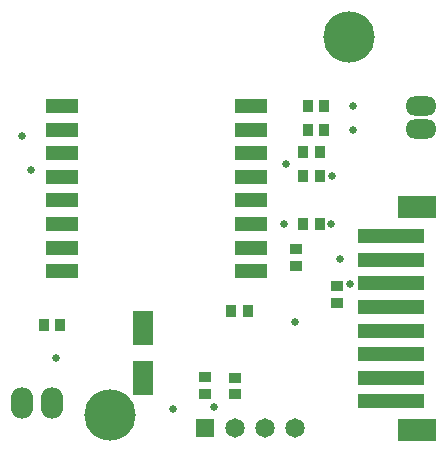
<source format=gts>
G04*
G04 #@! TF.GenerationSoftware,Altium Limited,Altium Designer,23.3.1 (30)*
G04*
G04 Layer_Color=8388736*
%FSLAX25Y25*%
%MOIN*%
G70*
G04*
G04 #@! TF.SameCoordinates,0C139B8F-EE47-4A66-AA8D-B4512E762C46*
G04*
G04*
G04 #@! TF.FilePolarity,Negative*
G04*
G01*
G75*
%ADD20R,0.03740X0.04134*%
%ADD21R,0.04134X0.03740*%
%ADD22R,0.06890X0.11614*%
%ADD23R,0.10827X0.04921*%
%ADD24R,0.22244X0.04528*%
%ADD25R,0.12795X0.07284*%
%ADD26C,0.17126*%
%ADD27C,0.06496*%
%ADD28R,0.06496X0.06496*%
%ADD29O,0.07480X0.10433*%
%ADD30O,0.10433X0.06496*%
%ADD31C,0.02559*%
D20*
X102744Y99500D02*
D03*
X108256D02*
D03*
X102744Y91500D02*
D03*
X108256D02*
D03*
X102744Y75500D02*
D03*
X108256D02*
D03*
X78744Y46500D02*
D03*
X84256D02*
D03*
X109756Y107000D02*
D03*
X104244D02*
D03*
X109756Y115000D02*
D03*
X104244D02*
D03*
X21756Y42000D02*
D03*
X16244D02*
D03*
D21*
X114000Y54756D02*
D03*
Y49244D02*
D03*
X100372Y67128D02*
D03*
Y61616D02*
D03*
X70000Y19000D02*
D03*
Y24512D02*
D03*
X80000Y18744D02*
D03*
Y24256D02*
D03*
D22*
X49500Y24035D02*
D03*
Y40965D02*
D03*
D23*
X22508Y114874D02*
D03*
Y107000D02*
D03*
Y99126D02*
D03*
Y91252D02*
D03*
Y83378D02*
D03*
Y75504D02*
D03*
Y67630D02*
D03*
Y59756D02*
D03*
X85500D02*
D03*
Y67630D02*
D03*
Y75504D02*
D03*
Y83378D02*
D03*
Y91252D02*
D03*
Y99126D02*
D03*
Y107000D02*
D03*
Y114874D02*
D03*
D24*
X132000Y16378D02*
D03*
Y24252D02*
D03*
Y32126D02*
D03*
Y40000D02*
D03*
Y47874D02*
D03*
Y55748D02*
D03*
Y63622D02*
D03*
Y71496D02*
D03*
D25*
X140661Y81142D02*
D03*
Y6732D02*
D03*
D26*
X38500Y12000D02*
D03*
X118000Y138000D02*
D03*
D27*
X100000Y7500D02*
D03*
X90000D02*
D03*
X80000D02*
D03*
D28*
X70000D02*
D03*
D29*
X9000Y16000D02*
D03*
X19000D02*
D03*
D30*
X142000Y107063D02*
D03*
Y114937D02*
D03*
D31*
X112000Y75500D02*
D03*
X115000Y64000D02*
D03*
X118500Y55500D02*
D03*
X112500Y91500D02*
D03*
X100000Y43000D02*
D03*
X96500Y75500D02*
D03*
X73000Y14500D02*
D03*
X12000Y93500D02*
D03*
X59500Y14000D02*
D03*
X9138Y104877D02*
D03*
X20500Y31000D02*
D03*
X119500Y107000D02*
D03*
Y115000D02*
D03*
X97000Y95500D02*
D03*
M02*

</source>
